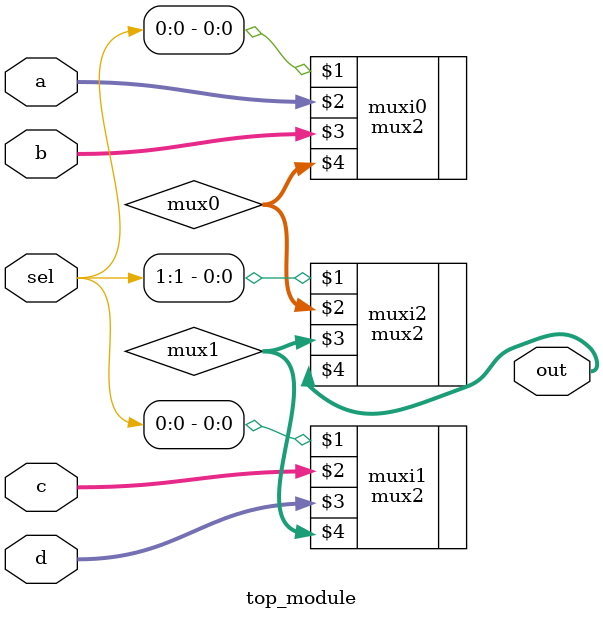
<source format=v>
module top_module (
    input [1:0] sel,
    input [7:0] a,
    input [7:0] b,
    input [7:0] c,
    input [7:0] d,
    output [7:0] out  ); //

    wire [7:0] mux0, mux1;
    mux2 muxi0 ( sel[0],    a,    b, mux0 );
    mux2 muxi1 ( sel[0],    c,    d, mux1 );
    mux2 muxi2 ( sel[1], mux0, mux1,  out );

endmodule


</source>
